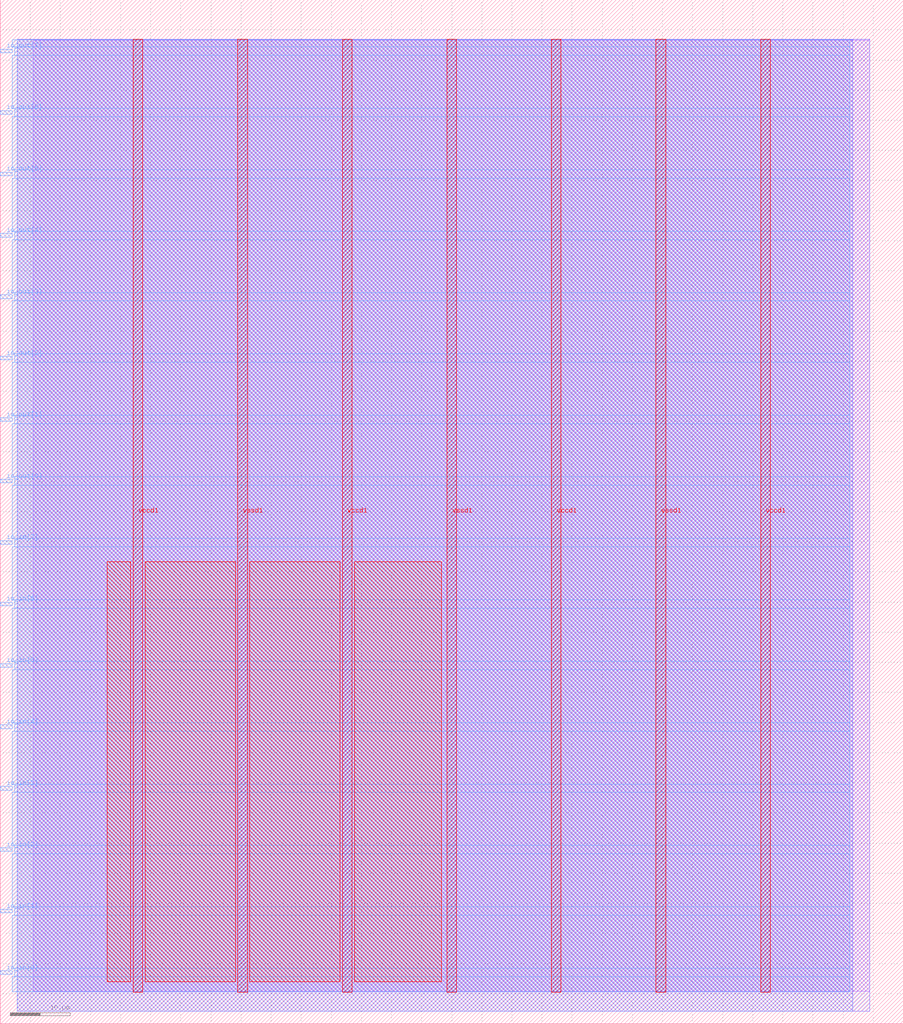
<source format=lef>
VERSION 5.7 ;
  NOWIREEXTENSIONATPIN ON ;
  DIVIDERCHAR "/" ;
  BUSBITCHARS "[]" ;
MACRO davidsiaw_stackcalc
  CLASS BLOCK ;
  FOREIGN davidsiaw_stackcalc ;
  ORIGIN 0.000 0.000 ;
  SIZE 150.000 BY 170.000 ;
  PIN io_in[0]
    DIRECTION INPUT ;
    USE SIGNAL ;
    PORT
      LAYER met3 ;
        RECT 0.000 8.200 2.000 8.800 ;
    END
  END io_in[0]
  PIN io_in[1]
    DIRECTION INPUT ;
    USE SIGNAL ;
    PORT
      LAYER met3 ;
        RECT 0.000 18.400 2.000 19.000 ;
    END
  END io_in[1]
  PIN io_in[2]
    DIRECTION INPUT ;
    USE SIGNAL ;
    PORT
      LAYER met3 ;
        RECT 0.000 28.600 2.000 29.200 ;
    END
  END io_in[2]
  PIN io_in[3]
    DIRECTION INPUT ;
    USE SIGNAL ;
    PORT
      LAYER met3 ;
        RECT 0.000 38.800 2.000 39.400 ;
    END
  END io_in[3]
  PIN io_in[4]
    DIRECTION INPUT ;
    USE SIGNAL ;
    PORT
      LAYER met3 ;
        RECT 0.000 49.000 2.000 49.600 ;
    END
  END io_in[4]
  PIN io_in[5]
    DIRECTION INPUT ;
    USE SIGNAL ;
    PORT
      LAYER met3 ;
        RECT 0.000 59.200 2.000 59.800 ;
    END
  END io_in[5]
  PIN io_in[6]
    DIRECTION INPUT ;
    USE SIGNAL ;
    PORT
      LAYER met3 ;
        RECT 0.000 69.400 2.000 70.000 ;
    END
  END io_in[6]
  PIN io_in[7]
    DIRECTION INPUT ;
    USE SIGNAL ;
    PORT
      LAYER met3 ;
        RECT 0.000 79.600 2.000 80.200 ;
    END
  END io_in[7]
  PIN io_out[0]
    DIRECTION OUTPUT TRISTATE ;
    USE SIGNAL ;
    PORT
      LAYER met3 ;
        RECT 0.000 89.800 2.000 90.400 ;
    END
  END io_out[0]
  PIN io_out[1]
    DIRECTION OUTPUT TRISTATE ;
    USE SIGNAL ;
    PORT
      LAYER met3 ;
        RECT 0.000 100.000 2.000 100.600 ;
    END
  END io_out[1]
  PIN io_out[2]
    DIRECTION OUTPUT TRISTATE ;
    USE SIGNAL ;
    PORT
      LAYER met3 ;
        RECT 0.000 110.200 2.000 110.800 ;
    END
  END io_out[2]
  PIN io_out[3]
    DIRECTION OUTPUT TRISTATE ;
    USE SIGNAL ;
    PORT
      LAYER met3 ;
        RECT 0.000 120.400 2.000 121.000 ;
    END
  END io_out[3]
  PIN io_out[4]
    DIRECTION OUTPUT TRISTATE ;
    USE SIGNAL ;
    PORT
      LAYER met3 ;
        RECT 0.000 130.600 2.000 131.200 ;
    END
  END io_out[4]
  PIN io_out[5]
    DIRECTION OUTPUT TRISTATE ;
    USE SIGNAL ;
    PORT
      LAYER met3 ;
        RECT 0.000 140.800 2.000 141.400 ;
    END
  END io_out[5]
  PIN io_out[6]
    DIRECTION OUTPUT TRISTATE ;
    USE SIGNAL ;
    PORT
      LAYER met3 ;
        RECT 0.000 151.000 2.000 151.600 ;
    END
  END io_out[6]
  PIN io_out[7]
    DIRECTION OUTPUT TRISTATE ;
    USE SIGNAL ;
    PORT
      LAYER met3 ;
        RECT 0.000 161.200 2.000 161.800 ;
    END
  END io_out[7]
  PIN vccd1
    DIRECTION INOUT ;
    USE POWER ;
    PORT
      LAYER met4 ;
        RECT 22.090 5.200 23.690 163.440 ;
    END
    PORT
      LAYER met4 ;
        RECT 56.830 5.200 58.430 163.440 ;
    END
    PORT
      LAYER met4 ;
        RECT 91.570 5.200 93.170 163.440 ;
    END
    PORT
      LAYER met4 ;
        RECT 126.310 5.200 127.910 163.440 ;
    END
  END vccd1
  PIN vssd1
    DIRECTION INOUT ;
    USE GROUND ;
    PORT
      LAYER met4 ;
        RECT 39.460 5.200 41.060 163.440 ;
    END
    PORT
      LAYER met4 ;
        RECT 74.200 5.200 75.800 163.440 ;
    END
    PORT
      LAYER met4 ;
        RECT 108.940 5.200 110.540 163.440 ;
    END
  END vssd1
  OBS
      LAYER li1 ;
        RECT 5.520 5.355 144.440 163.285 ;
      LAYER met1 ;
        RECT 2.830 2.080 144.440 163.440 ;
      LAYER met2 ;
        RECT 2.850 2.050 141.580 163.385 ;
      LAYER met3 ;
        RECT 2.000 162.200 141.155 163.365 ;
        RECT 2.400 160.800 141.155 162.200 ;
        RECT 2.000 152.000 141.155 160.800 ;
        RECT 2.400 150.600 141.155 152.000 ;
        RECT 2.000 141.800 141.155 150.600 ;
        RECT 2.400 140.400 141.155 141.800 ;
        RECT 2.000 131.600 141.155 140.400 ;
        RECT 2.400 130.200 141.155 131.600 ;
        RECT 2.000 121.400 141.155 130.200 ;
        RECT 2.400 120.000 141.155 121.400 ;
        RECT 2.000 111.200 141.155 120.000 ;
        RECT 2.400 109.800 141.155 111.200 ;
        RECT 2.000 101.000 141.155 109.800 ;
        RECT 2.400 99.600 141.155 101.000 ;
        RECT 2.000 90.800 141.155 99.600 ;
        RECT 2.400 89.400 141.155 90.800 ;
        RECT 2.000 80.600 141.155 89.400 ;
        RECT 2.400 79.200 141.155 80.600 ;
        RECT 2.000 70.400 141.155 79.200 ;
        RECT 2.400 69.000 141.155 70.400 ;
        RECT 2.000 60.200 141.155 69.000 ;
        RECT 2.400 58.800 141.155 60.200 ;
        RECT 2.000 50.000 141.155 58.800 ;
        RECT 2.400 48.600 141.155 50.000 ;
        RECT 2.000 39.800 141.155 48.600 ;
        RECT 2.400 38.400 141.155 39.800 ;
        RECT 2.000 29.600 141.155 38.400 ;
        RECT 2.400 28.200 141.155 29.600 ;
        RECT 2.000 19.400 141.155 28.200 ;
        RECT 2.400 18.000 141.155 19.400 ;
        RECT 2.000 9.200 141.155 18.000 ;
        RECT 2.400 7.800 141.155 9.200 ;
        RECT 2.000 5.275 141.155 7.800 ;
      LAYER met4 ;
        RECT 17.775 6.975 21.690 76.665 ;
        RECT 24.090 6.975 39.060 76.665 ;
        RECT 41.460 6.975 56.430 76.665 ;
        RECT 58.830 6.975 73.305 76.665 ;
  END
END davidsiaw_stackcalc
END LIBRARY


</source>
